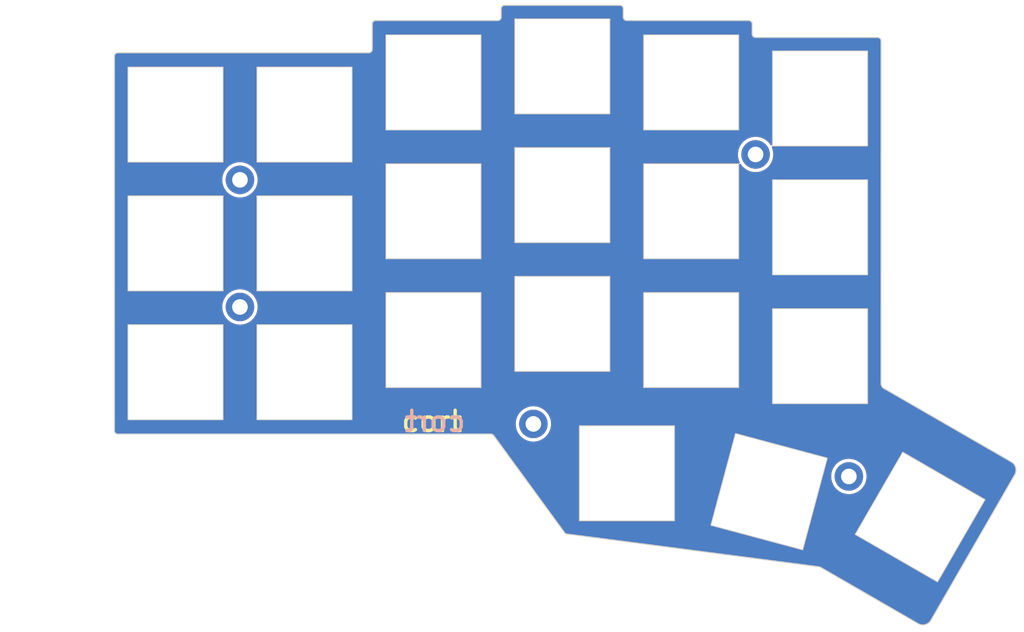
<source format=kicad_pcb>
(kicad_pcb (version 20240108) (generator "pcbnew") (generator_version "8.0")
  (title_block (title "Corne Top Plate") (date "2018-12-09") (rev "2.1") (company "foostan"))
  (layers (0 "F.Cu" signal) (31 "B.Cu" signal) (34 "B.Paste" user) (35 "F.Paste" user) (36 "B.SilkS" user "B.Silkscreen") (37 "F.SilkS" user "F.Silkscreen") (38 "B.Mask" user) (39 "F.Mask" user) (44 "Edge.Cuts" user))
  (net 0 "")
  (footprint "kbd:M2_Hole_TH" (layer "F.Cu") (at 79.5 86.75)
    (property "Reference" "" (at 0 -3.2 0) (layer "F.SilkS"))
    (property "Value" "")
    (pad "" thru_hole circle (at 0 0) (size 4.2 4.2) (drill 2.3) (layers "*.Cu" "*.Mask"))
  )
  (footprint "kbd:M2_Hole_TH" (layer "F.Cu") (at 79.5 105.5)
    (property "Reference" "" (at 0 -3.2 0) (layer "F.SilkS"))
    (property "Value" "")
    (pad "" thru_hole circle (at 0 0) (size 4.2 4.2) (drill 2.3) (layers "*.Cu" "*.Mask"))
  )
  (footprint "kbd:M2_Hole_TH" (layer "F.Cu") (at 155.5 83)
    (property "Reference" "" (at 0 -3.2 0) (layer "F.SilkS"))
    (property "Value" "")
    (pad "" thru_hole circle (at 0 0) (size 4.2 4.2) (drill 2.3) (layers "*.Cu" "*.Mask"))
  )
  (footprint "kbd:M2_Hole_TH" (layer "F.Cu") (at 122.75 122.75)
    (property "Reference" "" (at 0 -3.2 0) (layer "F.SilkS"))
    (property "Value" "")
    (pad "" thru_hole circle (at 0 0) (size 4.2 4.2) (drill 2.3) (layers "*.Cu" "*.Mask"))
  )
  (footprint "kbd:M2_Hole_TH" (layer "F.Cu") (at 169.25 130.5)
    (property "Reference" "" (at 0 -3.2 0) (layer "F.SilkS"))
    (property "Value" "")
    (pad "" thru_hole circle (at 0 0) (size 4.2 4.2) (drill 2.3) (layers "*.Cu" "*.Mask"))
  )
  (footprint "kbd:SW_Hole" (layer "F.Cu") (at 70.01 77.125)
    (property "Reference" "SW2" (hide yes))
    (property "Value" "KEY_SWITCH" (hide yes))
    (fp_line (start -7 -7) (end -7 7) (stroke (width 0.12)) (layer "Edge.Cuts"))
    (fp_line (start -7 7) (end 7 7) (stroke (width 0.12)) (layer "Edge.Cuts"))
    (fp_line (start 7 -7) (end -7 -7) (stroke (width 0.12)) (layer "Edge.Cuts"))
    (fp_line (start 7 7) (end 7 -7) (stroke (width 0.12)) (layer "Edge.Cuts"))
  )
  (footprint "kbd:SW_Hole" (layer "F.Cu") (at 70.01 96.125)
    (property "Reference" "SW2" (hide yes))
    (property "Value" "KEY_SWITCH" (hide yes))
    (fp_line (start -7 -7) (end -7 7) (stroke (width 0.12)) (layer "Edge.Cuts"))
    (fp_line (start -7 7) (end 7 7) (stroke (width 0.12)) (layer "Edge.Cuts"))
    (fp_line (start 7 -7) (end -7 -7) (stroke (width 0.12)) (layer "Edge.Cuts"))
    (fp_line (start 7 7) (end 7 -7) (stroke (width 0.12)) (layer "Edge.Cuts"))
  )
  (footprint "kbd:SW_Hole" (layer "F.Cu") (at 70.01 115.125)
    (property "Reference" "SW2" (hide yes))
    (property "Value" "KEY_SWITCH" (hide yes))
    (fp_line (start -7 -7) (end -7 7) (stroke (width 0.12)) (layer "Edge.Cuts"))
    (fp_line (start -7 7) (end 7 7) (stroke (width 0.12)) (layer "Edge.Cuts"))
    (fp_line (start 7 -7) (end -7 -7) (stroke (width 0.12)) (layer "Edge.Cuts"))
    (fp_line (start 7 7) (end 7 -7) (stroke (width 0.12)) (layer "Edge.Cuts"))
  )
  (footprint "kbd:SW_Hole" (layer "F.Cu") (at 89.01 77.125)
    (property "Reference" "SW2" (hide yes))
    (property "Value" "KEY_SWITCH" (hide yes))
    (fp_line (start -7 -7) (end -7 7) (stroke (width 0.12)) (layer "Edge.Cuts"))
    (fp_line (start -7 7) (end 7 7) (stroke (width 0.12)) (layer "Edge.Cuts"))
    (fp_line (start 7 -7) (end -7 -7) (stroke (width 0.12)) (layer "Edge.Cuts"))
    (fp_line (start 7 7) (end 7 -7) (stroke (width 0.12)) (layer "Edge.Cuts"))
  )
  (footprint "kbd:SW_Hole" (layer "F.Cu") (at 89.01 115.125)
    (property "Reference" "SW2" (hide yes))
    (property "Value" "KEY_SWITCH" (hide yes))
    (fp_line (start -7 -7) (end -7 7) (stroke (width 0.12)) (layer "Edge.Cuts"))
    (fp_line (start -7 7) (end 7 7) (stroke (width 0.12)) (layer "Edge.Cuts"))
    (fp_line (start 7 -7) (end -7 -7) (stroke (width 0.12)) (layer "Edge.Cuts"))
    (fp_line (start 7 7) (end 7 -7) (stroke (width 0.12)) (layer "Edge.Cuts"))
  )
  (footprint "kbd:SW_Hole" (layer "F.Cu") (at 89.01 96.125)
    (property "Reference" "SW2" (hide yes))
    (property "Value" "KEY_SWITCH" (hide yes))
    (fp_line (start -7 -7) (end -7 7) (stroke (width 0.12)) (layer "Edge.Cuts"))
    (fp_line (start -7 7) (end 7 7) (stroke (width 0.12)) (layer "Edge.Cuts"))
    (fp_line (start 7 -7) (end -7 -7) (stroke (width 0.12)) (layer "Edge.Cuts"))
    (fp_line (start 7 7) (end 7 -7) (stroke (width 0.12)) (layer "Edge.Cuts"))
  )
  (footprint "kbd:SW_Hole" (layer "F.Cu") (at 108.01 72.375)
    (property "Reference" "SW2" (hide yes))
    (property "Value" "KEY_SWITCH" (hide yes))
    (fp_line (start -7 -7) (end -7 7) (stroke (width 0.12)) (layer "Edge.Cuts"))
    (fp_line (start -7 7) (end 7 7) (stroke (width 0.12)) (layer "Edge.Cuts"))
    (fp_line (start 7 -7) (end -7 -7) (stroke (width 0.12)) (layer "Edge.Cuts"))
    (fp_line (start 7 7) (end 7 -7) (stroke (width 0.12)) (layer "Edge.Cuts"))
  )
  (footprint "kbd:SW_Hole" (layer "F.Cu") (at 108.01 110.375)
    (property "Reference" "SW2" (hide yes))
    (property "Value" "KEY_SWITCH" (hide yes))
    (fp_line (start -7 -7) (end -7 7) (stroke (width 0.12)) (layer "Edge.Cuts"))
    (fp_line (start -7 7) (end 7 7) (stroke (width 0.12)) (layer "Edge.Cuts"))
    (fp_line (start 7 -7) (end -7 -7) (stroke (width 0.12)) (layer "Edge.Cuts"))
    (fp_line (start 7 7) (end 7 -7) (stroke (width 0.12)) (layer "Edge.Cuts"))
  )
  (footprint "kbd:SW_Hole" (layer "F.Cu") (at 108.01 91.375)
    (property "Reference" "SW2" (hide yes))
    (property "Value" "KEY_SWITCH" (hide yes))
    (fp_line (start -7 -7) (end -7 7) (stroke (width 0.12)) (layer "Edge.Cuts"))
    (fp_line (start -7 7) (end 7 7) (stroke (width 0.12)) (layer "Edge.Cuts"))
    (fp_line (start 7 -7) (end -7 -7) (stroke (width 0.12)) (layer "Edge.Cuts"))
    (fp_line (start 7 7) (end 7 -7) (stroke (width 0.12)) (layer "Edge.Cuts"))
  )
  (footprint "kbd:SW_Hole" (layer "F.Cu") (at 127.01 70)
    (property "Reference" "SW2" (hide yes))
    (property "Value" "KEY_SWITCH" (hide yes))
    (fp_line (start -7 -7) (end -7 7) (stroke (width 0.12)) (layer "Edge.Cuts"))
    (fp_line (start -7 7) (end 7 7) (stroke (width 0.12)) (layer "Edge.Cuts"))
    (fp_line (start 7 -7) (end -7 -7) (stroke (width 0.12)) (layer "Edge.Cuts"))
    (fp_line (start 7 7) (end 7 -7) (stroke (width 0.12)) (layer "Edge.Cuts"))
  )
  (footprint "kbd:SW_Hole" (layer "F.Cu") (at 127.01 108)
    (property "Reference" "SW2" (hide yes))
    (property "Value" "KEY_SWITCH" (hide yes))
    (fp_line (start -7 -7) (end -7 7) (stroke (width 0.12)) (layer "Edge.Cuts"))
    (fp_line (start -7 7) (end 7 7) (stroke (width 0.12)) (layer "Edge.Cuts"))
    (fp_line (start 7 -7) (end -7 -7) (stroke (width 0.12)) (layer "Edge.Cuts"))
    (fp_line (start 7 7) (end 7 -7) (stroke (width 0.12)) (layer "Edge.Cuts"))
  )
  (footprint "kbd:SW_Hole" (layer "F.Cu") (at 127.01 89)
    (property "Reference" "SW2" (hide yes))
    (property "Value" "KEY_SWITCH" (hide yes))
    (fp_line (start -7 -7) (end -7 7) (stroke (width 0.12)) (layer "Edge.Cuts"))
    (fp_line (start -7 7) (end 7 7) (stroke (width 0.12)) (layer "Edge.Cuts"))
    (fp_line (start 7 -7) (end -7 -7) (stroke (width 0.12)) (layer "Edge.Cuts"))
    (fp_line (start 7 7) (end 7 -7) (stroke (width 0.12)) (layer "Edge.Cuts"))
  )
  (footprint "kbd:SW_Hole" (layer "F.Cu") (at 146.01 110.375)
    (property "Reference" "SW2" (hide yes))
    (property "Value" "KEY_SWITCH" (hide yes))
    (fp_line (start -7 -7) (end -7 7) (stroke (width 0.12)) (layer "Edge.Cuts"))
    (fp_line (start -7 7) (end 7 7) (stroke (width 0.12)) (layer "Edge.Cuts"))
    (fp_line (start 7 -7) (end -7 -7) (stroke (width 0.12)) (layer "Edge.Cuts"))
    (fp_line (start 7 7) (end 7 -7) (stroke (width 0.12)) (layer "Edge.Cuts"))
  )
  (footprint "kbd:SW_Hole" (layer "F.Cu") (at 146.01 72.375)
    (property "Reference" "SW2" (hide yes))
    (property "Value" "KEY_SWITCH" (hide yes))
    (fp_line (start -7 -7) (end -7 7) (stroke (width 0.12)) (layer "Edge.Cuts"))
    (fp_line (start -7 7) (end 7 7) (stroke (width 0.12)) (layer "Edge.Cuts"))
    (fp_line (start 7 -7) (end -7 -7) (stroke (width 0.12)) (layer "Edge.Cuts"))
    (fp_line (start 7 7) (end 7 -7) (stroke (width 0.12)) (layer "Edge.Cuts"))
  )
  (footprint "kbd:SW_Hole" (layer "F.Cu") (at 146.01 91.375)
    (property "Reference" "SW2" (hide yes))
    (property "Value" "KEY_SWITCH" (hide yes))
    (fp_line (start -7 -7) (end -7 7) (stroke (width 0.12)) (layer "Edge.Cuts"))
    (fp_line (start -7 7) (end 7 7) (stroke (width 0.12)) (layer "Edge.Cuts"))
    (fp_line (start 7 -7) (end -7 -7) (stroke (width 0.12)) (layer "Edge.Cuts"))
    (fp_line (start 7 7) (end 7 -7) (stroke (width 0.12)) (layer "Edge.Cuts"))
  )
  (footprint "kbd:SW_Hole" (layer "F.Cu") (at 165.01 93.75)
    (property "Reference" "SW2" (hide yes))
    (property "Value" "KEY_SWITCH" (hide yes))
    (fp_line (start -7 -7) (end -7 7) (stroke (width 0.12)) (layer "Edge.Cuts"))
    (fp_line (start -7 7) (end 7 7) (stroke (width 0.12)) (layer "Edge.Cuts"))
    (fp_line (start 7 -7) (end -7 -7) (stroke (width 0.12)) (layer "Edge.Cuts"))
    (fp_line (start 7 7) (end 7 -7) (stroke (width 0.12)) (layer "Edge.Cuts"))
  )
  (footprint "kbd:SW_Hole" (layer "F.Cu") (at 165.01 74.75)
    (property "Reference" "SW2" (hide yes))
    (property "Value" "KEY_SWITCH" (hide yes))
    (fp_line (start -7 -7) (end -7 7) (stroke (width 0.12)) (layer "Edge.Cuts"))
    (fp_line (start -7 7) (end 7 7) (stroke (width 0.12)) (layer "Edge.Cuts"))
    (fp_line (start 7 -7) (end -7 -7) (stroke (width 0.12)) (layer "Edge.Cuts"))
    (fp_line (start 7 7) (end 7 -7) (stroke (width 0.12)) (layer "Edge.Cuts"))
  )
  (footprint "kbd:SW_Hole" (layer "F.Cu") (at 165.01 112.75)
    (property "Reference" "SW2" (hide yes))
    (property "Value" "KEY_SWITCH" (hide yes))
    (fp_line (start -7 -7) (end -7 7) (stroke (width 0.12)) (layer "Edge.Cuts"))
    (fp_line (start -7 7) (end 7 7) (stroke (width 0.12)) (layer "Edge.Cuts"))
    (fp_line (start 7 -7) (end -7 -7) (stroke (width 0.12)) (layer "Edge.Cuts"))
    (fp_line (start 7 7) (end 7 -7) (stroke (width 0.12)) (layer "Edge.Cuts"))
  )
  (footprint "kbd:SW_Hole" (layer "F.Cu") (at 136.53 130.035)
    (property "Reference" "SW2" (hide yes))
    (property "Value" "KEY_SWITCH" (hide yes))
    (fp_line (start -7 -7) (end -7 7) (stroke (width 0.12)) (layer "Edge.Cuts"))
    (fp_line (start -7 7) (end 7 7) (stroke (width 0.12)) (layer "Edge.Cuts"))
    (fp_line (start 7 -7) (end -7 -7) (stroke (width 0.12)) (layer "Edge.Cuts"))
    (fp_line (start 7 7) (end 7 -7) (stroke (width 0.12)) (layer "Edge.Cuts"))
  )
  (footprint "kbd:SW_Hole" (layer "F.Cu") (at 157.492 132.744 -15)
    (property "Reference" "SW2" (hide yes))
    (property "Value" "KEY_SWITCH" (hide yes))
    (fp_line (start -7 7) (end 7 7) (stroke (width 0.12)) (layer "Edge.Cuts"))
    (fp_line (start -7 -7) (end -7 7) (stroke (width 0.12)) (layer "Edge.Cuts"))
    (fp_line (start 7 7) (end 7 -7) (stroke (width 0.12)) (layer "Edge.Cuts"))
    (fp_line (start 7 -7) (end -7 -7) (stroke (width 0.12)) (layer "Edge.Cuts"))
  )
  (footprint "kbd:SW_Hole" (layer "F.Cu") (at 179.75 136.485 -30)
    (property "Reference" "SW2" (hide yes))
    (property "Value" "KEY_SWITCH" (hide yes))
    (fp_line (start -7 7) (end 7 7) (stroke (width 0.12)) (layer "Edge.Cuts"))
    (fp_line (start -7 -7) (end -7 7) (stroke (width 0.12)) (layer "Edge.Cuts"))
    (fp_line (start 7 7) (end 7 -7) (stroke (width 0.12)) (layer "Edge.Cuts"))
    (fp_line (start 7 -7) (end -7 -7) (stroke (width 0.12)) (layer "Edge.Cuts"))
  )
  (gr_arc (start 193.270509 128.396988) (mid 193.860661 129.282182) (end 193.65 130.325) (stroke (width 0.15)) (layer "Edge.Cuts"))
  (gr_arc (start 118 61.5) (mid 118.146447 61.146447) (end 118.5 61) (stroke (width 0.15)) (layer "Edge.Cuts"))
  (gr_arc (start 61.5 124.25) (mid 61.146447 124.103553) (end 61 123.75) (stroke (width 0.15)) (layer "Edge.Cuts"))
  (gr_line (start 155 65.25) (end 155 63.75) (stroke (width 0.15)) (layer "Edge.Cuts"))
  (gr_arc (start 154.5 63.25) (mid 154.853553 63.396447) (end 155 63.75) (stroke (width 0.15)) (layer "Edge.Cuts"))
  (gr_line (start 165.075 143.9) (end 179.369251 152.160956) (stroke (width 0.15)) (layer "Edge.Cuts"))
  (gr_line (start 117.5 63.25) (end 99.5 63.25) (stroke (width 0.15)) (layer "Edge.Cuts"))
  (gr_arc (start 136.5 63.25) (mid 136.146447 63.103553) (end 136 62.75) (stroke (width 0.15)) (layer "Edge.Cuts"))
  (gr_line (start 154.5 63.25) (end 136.5 63.25) (stroke (width 0.15)) (layer "Edge.Cuts"))
  (gr_line (start 135.5 61) (end 118.5 61) (stroke (width 0.15)) (layer "Edge.Cuts"))
  (gr_arc (start 61 68.5) (mid 61.146447 68.146447) (end 61.5 68) (stroke (width 0.15)) (layer "Edge.Cuts"))
  (gr_line (start 99 63.75) (end 99 67.5) (stroke (width 0.15)) (layer "Edge.Cuts"))
  (gr_line (start 116.5 124.25) (end 61.5 124.25) (stroke (width 0.15)) (layer "Edge.Cuts"))
  (gr_arc (start 181.297263 151.781465) (mid 180.412069 152.371617) (end 179.369251 152.160956) (stroke (width 0.15)) (layer "Edge.Cuts"))
  (gr_arc (start 174.35 117.475) (mid 174.096093 117.183739) (end 173.997282 116.810192) (stroke (width 0.15)) (layer "Edge.Cuts"))
  (gr_line (start 127.75 139) (end 164.420556 143.770344) (stroke (width 0.15)) (layer "Edge.Cuts"))
  (gr_line (start 181.297263 151.781465) (end 193.65 130.325) (stroke (width 0.15)) (layer "Edge.Cuts"))
  (gr_line (start 116.853553 124.396447) (end 127.396447 138.853553) (stroke (width 0.15)) (layer "Edge.Cuts"))
  (gr_arc (start 173.5 65.75) (mid 173.853553 65.896447) (end 174 66.25) (stroke (width 0.15)) (layer "Edge.Cuts"))
  (gr_arc (start 99 67.5) (mid 98.853553 67.853553) (end 98.5 68) (stroke (width 0.15)) (layer "Edge.Cuts"))
  (gr_line (start 174 66.25) (end 173.997282 116.810192) (stroke (width 0.15)) (layer "Edge.Cuts"))
  (gr_arc (start 116.5 124.25) (mid 116.691342 124.28806) (end 116.853553 124.396447) (stroke (width 0.15)) (layer "Edge.Cuts"))
  (gr_arc (start 99 63.75) (mid 99.146447 63.396447) (end 99.5 63.25) (stroke (width 0.15)) (layer "Edge.Cuts"))
  (gr_line (start 118 61.5) (end 118 62.75) (stroke (width 0.15)) (layer "Edge.Cuts"))
  (gr_arc (start 135.5 61) (mid 135.853553 61.146447) (end 136 61.5) (stroke (width 0.15)) (layer "Edge.Cuts"))
  (gr_arc (start 127.75 139) (mid 127.558658 138.96194) (end 127.396447 138.853553) (stroke (width 0.15)) (layer "Edge.Cuts"))
  (gr_line (start 136 62.75) (end 136 61.5) (stroke (width 0.15)) (layer "Edge.Cuts"))
  (gr_line (start 173.5 65.75) (end 155.5 65.75) (stroke (width 0.15)) (layer "Edge.Cuts"))
  (gr_arc (start 164.420556 143.770344) (mid 164.750952 143.819149) (end 165.075 143.9) (stroke (width 0.15)) (layer "Edge.Cuts"))
  (gr_line (start 61 68.5) (end 61 123.75) (stroke (width 0.15)) (layer "Edge.Cuts"))
  (gr_line (start 98.5 68) (end 61.5 68) (stroke (width 0.15)) (layer "Edge.Cuts"))
  (gr_arc (start 118 62.75) (mid 117.853553 63.103553) (end 117.5 63.25) (stroke (width 0.15)) (layer "Edge.Cuts"))
  (gr_line (start 193.270509 128.396988) (end 174.35 117.475) (stroke (width 0.15)) (layer "Edge.Cuts"))
  (gr_arc (start 155.5 65.75) (mid 155.146447 65.603553) (end 155 65.25) (stroke (width 0.15)) (layer "Edge.Cuts"))
  (gr_text "cort" (at 113.01 124.125 0) (layer "B.SilkS") (effects (font (size 3 3) (thickness 0.5) (bold yes)) (justify left bottom mirror)))
  (gr_text "cort" (at 103.035 124.125 0) (layer "F.SilkS") (effects (font (size 3 3) (thickness 0.5)) (justify left bottom)))
  (zone (net 0) (net_name "") (layer "F.Cu") (connect_pads (clearance 0.508)) (min_thickness 0.254) (fill yes (thermal_gap 0.508) (thermal_bridge_width 0.508))
    (polygon (pts (xy 136.535 62.875) (xy 155.56 62.875) (xy 155.56 65.225) (xy 174.535 65.225) (xy 174.535 116.7) (xy 195.085 128.65) (xy 180.71 153.475) (xy 164.86 144.3) (xy 127.31 139.425) (xy 116.635 124.65) (xy 60.485 124.65) (xy 60.485 67.6) (xy 98.485 67.6) (xy 98.485 62.85) (xy 117.485 62.85) (xy 117.485 60.475) (xy 136.535 60.475)))
  )
  (zone (net 0) (net_name "") (layer "B.Cu") (connect_pads (clearance 0.508)) (min_thickness 0.254) (fill yes (thermal_gap 0.508) (thermal_bridge_width 0.508))
    (polygon (pts (xy 136.535 62.85) (xy 155.56 62.85) (xy 155.56 65.225) (xy 174.535 65.225) (xy 174.535 116.7) (xy 195.035 128.625) (xy 180.71 153.45) (xy 164.91 144.325) (xy 127.31 139.425) (xy 116.635 124.65) (xy 60.485 124.65) (xy 60.485 67.6) (xy 98.485 67.6) (xy 98.485 62.85) (xy 117.485 62.875) (xy 117.485 60.475) (xy 136.535 60.475)))
  )
)
</source>
